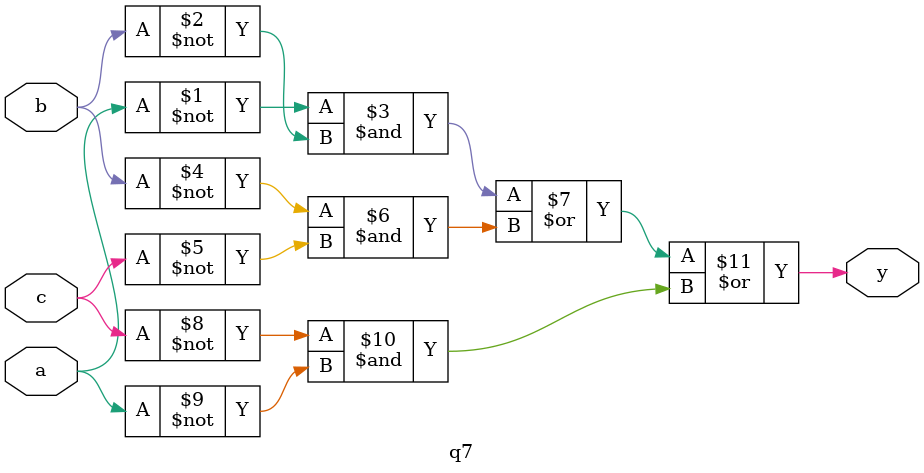
<source format=v>
module q7(output y, input a, b, c);

    assign y = ~a&~b | ~b&~c | ~c&~a;

endmodule
</source>
